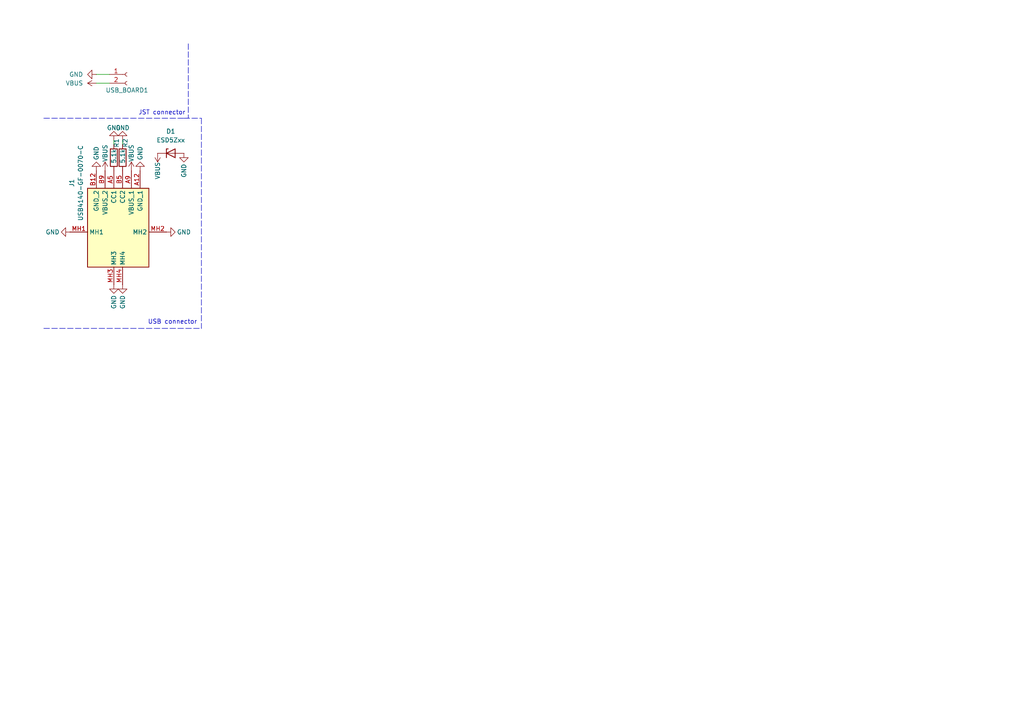
<source format=kicad_sch>
(kicad_sch (version 20231120) (generator "eeschema") (generator_version "8.0")
  (paper "A4")
  (lib_symbols
    (symbol "clock:Conn_01x02_Socket" (pin_names (offset 1.016) hide)
      (property "Reference" "J" (at 0 2.54 0))
      (property "Value" "Conn_01x02_Socket" (at 0 -5.08 0))
      (symbol "Conn_01x02_Socket_1_1"
        (arc (start 0 -2.032) (mid -0.5058 -2.54) (end 0 -3.048) (stroke (width 0.1524)))
        (polyline (pts (xy -1.27 -2.54) (xy -0.508 -2.54)) (stroke (width 0.1524)))
        (polyline (pts (xy -1.27 0) (xy -0.508 0)) (stroke (width 0.1524)))
        (arc (start 0 0.508) (mid -0.5058 0) (end 0 -0.508) (stroke (width 0.1524)))
        (pin passive line (at -5.08 0 0) (length 3.81) (name "Pin_1") (number "1"))
        (pin passive line (at -5.08 -2.54 0) (length 3.81) (name "Pin_2") (number "2"))
      )
    )
    (symbol "clock:ESD5Zxx" (pin_numbers hide) (pin_names hide)
      (property "Reference" "D" (at 0 2.54 0))
      (property "Value" "ESD5Zxx" (at 0 -2.54 0))
      (symbol "ESD5Zxx_0_1"
        (polyline (pts (xy 1.27 0) (xy -1.27 0)))
        (polyline (pts (xy -1.27 -1.27) (xy -1.27 1.27) (xy -0.762 1.27)) (stroke (width 0.254)))
        (polyline (pts (xy 1.27 -1.27) (xy 1.27 1.27) (xy -1.27 0) (xy 1.27 -1.27)) (stroke (width 0.254)))
      )
      (symbol "ESD5Zxx_1_1"
        (pin passive line (at -3.81 0 0) (length 2.54) (name "K") (number "1"))
        (pin passive line (at 3.81 0 180) (length 2.54) (name "A") (number "2"))
      )
    )
    (symbol "clock:GND" (power) (pin_numbers hide) (pin_names (offset 0) hide)
      (property "Value" "GND" (at 0 -3.81 0))
      (symbol "GND_0_1"
        (polyline (pts (xy 0 0) (xy 0 -1.27) (xy 1.27 -1.27) (xy 0 -2.54) (xy -1.27 -1.27) (xy 0 -1.27)))
      )
      (symbol "GND_1_1"
        (pin power_in line (at 0 0 270) (length 0) (name "~") (number "1"))
      )
    )
    (symbol "clock:GND-power" (power) (pin_names (offset 0))
      (property "Value" "power_GND" (at 0 -3.81 0))
      (symbol "GND-power_0_1"
        (polyline (pts (xy 0 0) (xy 0 -1.27) (xy 1.27 -1.27) (xy 0 -2.54) (xy -1.27 -1.27) (xy 0 -1.27)))
      )
      (symbol "GND-power_1_1"
        (pin power_in line (at 0 0 270) (length 0) hide (name "GND") (number "1"))
      )
    )
    (symbol "clock:R" (pin_numbers hide) (pin_names (offset 0))
      (property "Reference" "R" (at 2.032 0 90))
      (property "Value" "R" (at 0 0 90))
      (symbol "R_0_1"
        (rectangle (start -1.016 -2.54) (end 1.016 2.54) (stroke (width 0.254)))
      )
      (symbol "R_1_1"
        (pin passive line (at 0 3.81 270) (length 1.27) (name "~") (number "1"))
        (pin passive line (at 0 -3.81 90) (length 1.27) (name "~") (number "2"))
      )
    )
    (symbol "clock:USB4140-GF-0070-C"
      (property "Reference" "J" (at 24.13 17.78 0))
      (property "Value" "USB4140-GF-0070-C" (at 24.13 15.24 0))
      (symbol "USB4140-GF-0070-C_1_1"
        (rectangle (start 5.08 12.7) (end 22.86 -10.16) (stroke (width 0.254)) (fill (type background)))
        (pin passive line (at 20.32 17.78 270) (length 5.08) (name "GND_1") (number "A12"))
        (pin passive line (at 12.7 17.78 270) (length 5.08) (name "CC1") (number "A5"))
        (pin passive line (at 17.78 17.78 270) (length 5.08) (name "VBUS_1") (number "A9"))
        (pin passive line (at 7.62 17.78 270) (length 5.08) (name "GND_2") (number "B12"))
        (pin passive line (at 15.24 17.78 270) (length 5.08) (name "CC2") (number "B5"))
        (pin passive line (at 10.16 17.78 270) (length 5.08) (name "VBUS_2") (number "B9"))
        (pin passive line (at 0 0 0) (length 5.08) (name "MH1") (number "MH1"))
        (pin passive line (at 27.94 0 180) (length 5.08) (name "MH2") (number "MH2"))
        (pin passive line (at 12.7 -15.24 90) (length 5.08) (name "MH3") (number "MH3"))
        (pin passive line (at 15.24 -15.24 90) (length 5.08) (name "MH4") (number "MH4"))
      )
    )
    (symbol "clock:VBUS" (power) (pin_numbers hide) (pin_names (offset 0) hide)
      (property "Value" "VBUS" (at 0 3.556 0))
      (symbol "VBUS_0_1"
        (polyline (pts (xy -0.762 1.27) (xy 0 2.54)))
        (polyline (pts (xy 0 0) (xy 0 2.54)))
        (polyline (pts (xy 0 2.54) (xy 0.762 1.27)))
      )
      (symbol "VBUS_1_1"
        (pin power_in line (at 0 0 90) (length 0) (name "~") (number "1"))
      )
    )
  )
  (wire (pts (xy 27.94 21.59) (xy 31.75 21.59)))
  (wire (pts (xy 27.94 24.13) (xy 31.75 24.13)))
  (wire (pts (xy 35.56 40.64) (xy 35.56 41.91)))
  (polyline (pts (xy 54.61 12.7) (xy 54.61 34.29)) (stroke (width 0) (type dash)))
  (polyline (pts (xy 12.7 95.25) (xy 58.42 95.25)) (stroke (width 0) (type dash)))
  (wire (pts (xy 33.02 40.64) (xy 33.02 41.91)))
  (polyline (pts (xy 58.42 34.29) (xy 58.42 95.25)) (stroke (width 0) (type dash)))
  (polyline (pts (xy 53.34 34.29) (xy 58.42 34.29)) (stroke (width 0) (type dash)))
  (polyline (pts (xy 12.7 34.29) (xy 54.61 34.29)) (stroke (width 0) (type dash)))
  (text "JST connector" (at 46.99 32.766 0) (effects (font (size 1.27 1.27))))
  (text "USB connector" (at 50.038 93.472 0) (effects (font (size 1.27 1.27))))
  (symbol (lib_id "clock:VBUS") (at 38.1 49.53 0) (unit 1)
    (property "Reference" "#PWR08" (effects (hide yes)))
    (property "Value" "VBUS" (at 38.1 44.45 90))
    (property "Description" "Power symbol creates a global label with name \"VBUS\"" (effects (hide yes)))
  )
  (symbol (lib_id "clock:GND-power") (at 33.02 40.64 180) (unit 1)
    (property "Reference" "#PWR03" (effects (hide yes)))
    (property "Value" "GND" (at 33.02 37.084 0))
  )
  (symbol (lib_id "clock:R") (at 35.56 45.72 180) (unit 1)
    (property "Reference" "R2" (at 36.322 40.132 90) (effects (justify left)))
    (property "Value" "5.1k" (at 35.56 43.18 90) (effects (justify left)))
    (property "Footprint" "Resistor_SMD:R_0402_1005Metric" (effects (hide yes)))
    (property "Description" "Resistor" (effects (hide yes)))
  )
  (symbol (lib_id "clock:GND") (at 20.32 67.31 270) (unit 1)
    (property "Reference" "#PWR010" (effects (hide yes)))
    (property "Value" "GND" (at 15.24 67.31 90))
    (property "Description" "Power symbol creates a global label with name \"GND\" , ground" (effects (hide yes)))
  )
  (symbol (lib_id "clock:R") (at 33.02 45.72 180) (unit 1)
    (property "Reference" "R1" (at 33.782 40.132 90) (effects (justify left)))
    (property "Value" "5.1k" (at 33.02 43.18 90) (effects (justify left)))
    (property "Footprint" "Resistor_SMD:R_0402_1005Metric" (effects (hide yes)))
    (property "Description" "Resistor" (effects (hide yes)))
  )
  (symbol (lib_id "clock:GND") (at 48.26 67.31 90) (unit 1)
    (property "Reference" "#PWR09" (effects (hide yes)))
    (property "Value" "GND" (at 53.34 67.31 90))
    (property "Description" "Power symbol creates a global label with name \"GND\" , ground" (effects (hide yes)))
  )
  (symbol (lib_id "clock:GND") (at 35.56 82.55 0) (unit 1)
    (property "Reference" "#PWR012" (effects (hide yes)))
    (property "Value" "GND" (at 35.56 87.63 90))
    (property "Description" "Power symbol creates a global label with name \"GND\" , ground" (effects (hide yes)))
  )
  (symbol (lib_id "clock:Conn_01x02_Socket") (at 36.83 21.59 0) (unit 1)
    (property "Reference" "USB_BOARD1" (at 36.83 26.162 0))
    (property "Value" "Conn_01x02_Socket" (effects (hide yes)))
    (property "Footprint" "clock:SHDR2W64P0X250_1X2_740X575X700P" (effects (hide yes)))
    (property "Description" "Generic connector, single row, 01x02, script generated" (effects (hide yes)))
  )
  (symbol (lib_id "clock:GND") (at 53.34 44.45 0) (unit 1)
    (property "Reference" "#PWR013" (effects (hide yes)))
    (property "Value" "GND" (at 53.34 49.53 90))
    (property "Description" "Power symbol creates a global label with name \"GND\" , ground" (effects (hide yes)))
  )
  (symbol (lib_id "clock:GND") (at 33.02 82.55 0) (unit 1)
    (property "Reference" "#PWR011" (effects (hide yes)))
    (property "Value" "GND" (at 33.02 87.63 90))
    (property "Description" "Power symbol creates a global label with name \"GND\" , ground" (effects (hide yes)))
  )
  (symbol (lib_id "clock:VBUS") (at 27.94 24.13 90) (unit 1)
    (property "Reference" "#PWR02" (effects (hide yes)))
    (property "Value" "VBUS" (at 24.13 24.1301 90) (effects (justify left)))
    (property "Description" "Power symbol creates a global label with name \"VBUS\"" (effects (hide yes)))
  )
  (symbol (lib_id "clock:VBUS") (at 30.48 49.53 0) (unit 1)
    (property "Reference" "#PWR07" (effects (hide yes)))
    (property "Value" "VBUS" (at 30.48 44.45 90))
    (property "Description" "Power symbol creates a global label with name \"VBUS\"" (effects (hide yes)))
  )
  (symbol (lib_id "clock:VBUS") (at 45.72 44.45 180) (unit 1)
    (property "Reference" "#PWR014" (effects (hide yes)))
    (property "Value" "VBUS" (at 45.72 49.53 90))
    (property "Description" "Power symbol creates a global label with name \"VBUS\"" (effects (hide yes)))
  )
  (symbol (lib_id "clock:GND") (at 40.64 49.53 180) (unit 1)
    (property "Reference" "#PWR05" (effects (hide yes)))
    (property "Value" "GND" (at 40.64 44.45 90))
    (property "Description" "Power symbol creates a global label with name \"GND\" , ground" (effects (hide yes)))
  )
  (symbol (lib_id "clock:GND-power") (at 35.56 40.64 180) (unit 1)
    (property "Reference" "#PWR04" (effects (hide yes)))
    (property "Value" "GND" (at 35.56 37.084 0))
  )
  (symbol (lib_id "clock:USB4140-GF-0070-C") (at 20.32 67.31 0) (unit 1)
    (property "Reference" "J1" (at 20.828 53.086 90))
    (property "Value" "USB4140-GF-0070-C" (at 23.368 53.086 90))
    (property "Footprint" "clock:USB4140GF0070C" (effects (hide yes)))
    (property "Datasheet" "https://gct.co/files/drawings/usb4140.pdf?v=497efcde-01c1-4614-ade4-1b2d7a03c886" (effects (hide yes)))
    (property "Description" "USB Connectors USB C Rec GF Vert 6P SMT 0.7mm TH stakes H 6.5mm" (effects (hide yes)))
    (property "Height" "6.7" (effects (hide yes)))
    (property "Mouser Part Number" "640-USB4140-GF-0070C" (effects (hide yes)))
    (property "Mouser Price/Stock" "https://www.mouser.co.uk/ProductDetail/GCT/USB4140-GF-0070-C?qs=Li%252BoUPsLEnvSB5aSpvSBUA%3D%3D" (effects (hide yes)))
    (property "Manufacturer_Name" "GCT (GLOBAL CONNECTOR TECHNOLOGY)" (effects (hide yes)))
    (property "Manufacturer_Part_Number" "USB4140-GF-0070-C" (effects (hide yes)))
  )
  (symbol (lib_id "clock:ESD5Zxx") (at 49.53 44.45 0) (unit 1)
    (property "Reference" "D1" (at 49.53 38.1 0))
    (property "Value" "ESD5Zxx" (at 49.53 40.64 0))
    (property "Footprint" "Diode_SMD:D_SOD-523" (effects (hide yes)))
    (property "Datasheet" "https://www.onsemi.com/pdf/datasheet/esd5z2.5t1-d.pdf" (effects (hide yes)))
    (property "Description" "ESD Protection Diode, SOD-523" (effects (hide yes)))
  )
  (symbol (lib_id "clock:GND") (at 27.94 21.59 270) (unit 1)
    (property "Reference" "#PWR01" (effects (hide yes)))
    (property "Value" "GND" (at 24.13 21.5901 90) (effects (justify right)))
    (property "Description" "Power symbol creates a global label with name \"GND\" , ground" (effects (hide yes)))
  )
  (symbol (lib_id "clock:GND") (at 27.94 49.53 180) (unit 1)
    (property "Reference" "#PWR06" (effects (hide yes)))
    (property "Value" "GND" (at 27.94 44.45 90))
    (property "Description" "Power symbol creates a global label with name \"GND\" , ground" (effects (hide yes)))
  )
)
</source>
